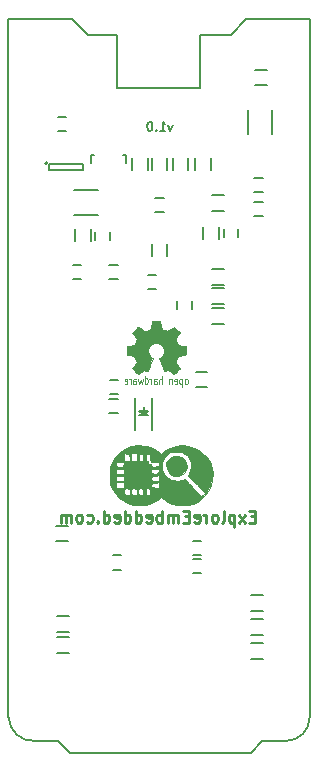
<source format=gbr>
G04 #@! TF.FileFunction,Legend,Bot*
%FSLAX46Y46*%
G04 Gerber Fmt 4.6, Leading zero omitted, Abs format (unit mm)*
G04 Created by KiCad (PCBNEW 4.0.1-stable) date 10-Oct-16 12:47:22 PM*
%MOMM*%
G01*
G04 APERTURE LIST*
%ADD10C,0.100000*%
%ADD11C,0.150000*%
%ADD12C,0.190500*%
%ADD13C,0.254000*%
%ADD14C,0.002540*%
%ADD15C,0.075000*%
G04 APERTURE END LIST*
D10*
D11*
X52800000Y-28900000D02*
X52800000Y-33400000D01*
X50300000Y-28900000D02*
X52800000Y-28900000D01*
X50200000Y-28800000D02*
X50300000Y-28900000D01*
X59800000Y-28900000D02*
X62400000Y-28900000D01*
X59800000Y-33400000D02*
X59800000Y-28900000D01*
X52800000Y-33400000D02*
X59800000Y-33400000D01*
X47800000Y-88700000D02*
X48800000Y-89700000D01*
X65100000Y-88700000D02*
X64100000Y-89700000D01*
X48800000Y-89700000D02*
X64100000Y-89700000D01*
X43600000Y-27600000D02*
X43600000Y-86700000D01*
X69100000Y-86700000D02*
X69100000Y-27600000D01*
X63700000Y-27600000D02*
X69100000Y-27600000D01*
X50200000Y-28800000D02*
X49000000Y-27600000D01*
X49000000Y-27600000D02*
X43600000Y-27600000D01*
X45800000Y-88700000D02*
X47800000Y-88700000D01*
X67100000Y-88700000D02*
X65100000Y-88700000D01*
X62400000Y-28900000D02*
X63700000Y-27600000D01*
X67100000Y-88700000D02*
G75*
G03X69100000Y-86700000I0J2000000D01*
G01*
X43600000Y-86700000D02*
G75*
G03X45800000Y-88700000I2100000J100000D01*
G01*
D12*
X57488571Y-36536714D02*
X57307142Y-37044714D01*
X57125714Y-36536714D01*
X56436286Y-37044714D02*
X56871714Y-37044714D01*
X56654000Y-37044714D02*
X56654000Y-36282714D01*
X56726571Y-36391571D01*
X56799143Y-36464143D01*
X56871714Y-36500429D01*
X56109714Y-36972143D02*
X56073429Y-37008429D01*
X56109714Y-37044714D01*
X56146000Y-37008429D01*
X56109714Y-36972143D01*
X56109714Y-37044714D01*
X55601715Y-36282714D02*
X55529143Y-36282714D01*
X55456572Y-36319000D01*
X55420286Y-36355286D01*
X55384000Y-36427857D01*
X55347715Y-36573000D01*
X55347715Y-36754429D01*
X55384000Y-36899571D01*
X55420286Y-36972143D01*
X55456572Y-37008429D01*
X55529143Y-37044714D01*
X55601715Y-37044714D01*
X55674286Y-37008429D01*
X55710572Y-36972143D01*
X55746857Y-36899571D01*
X55783143Y-36754429D01*
X55783143Y-36573000D01*
X55746857Y-36427857D01*
X55710572Y-36355286D01*
X55674286Y-36319000D01*
X55601715Y-36282714D01*
D13*
X64474761Y-69677429D02*
X64136095Y-69677429D01*
X63990952Y-70209619D02*
X64474761Y-70209619D01*
X64474761Y-69193619D01*
X63990952Y-69193619D01*
X63652285Y-70209619D02*
X63120095Y-69532286D01*
X63652285Y-69532286D02*
X63120095Y-70209619D01*
X62733047Y-69532286D02*
X62733047Y-70548286D01*
X62733047Y-69580667D02*
X62636285Y-69532286D01*
X62442762Y-69532286D01*
X62346000Y-69580667D01*
X62297619Y-69629048D01*
X62249238Y-69725810D01*
X62249238Y-70016095D01*
X62297619Y-70112857D01*
X62346000Y-70161238D01*
X62442762Y-70209619D01*
X62636285Y-70209619D01*
X62733047Y-70161238D01*
X61668666Y-70209619D02*
X61765428Y-70161238D01*
X61813809Y-70064476D01*
X61813809Y-69193619D01*
X61136476Y-70209619D02*
X61233238Y-70161238D01*
X61281619Y-70112857D01*
X61330000Y-70016095D01*
X61330000Y-69725810D01*
X61281619Y-69629048D01*
X61233238Y-69580667D01*
X61136476Y-69532286D01*
X60991334Y-69532286D01*
X60894572Y-69580667D01*
X60846191Y-69629048D01*
X60797810Y-69725810D01*
X60797810Y-70016095D01*
X60846191Y-70112857D01*
X60894572Y-70161238D01*
X60991334Y-70209619D01*
X61136476Y-70209619D01*
X60362381Y-70209619D02*
X60362381Y-69532286D01*
X60362381Y-69725810D02*
X60314000Y-69629048D01*
X60265619Y-69580667D01*
X60168857Y-69532286D01*
X60072096Y-69532286D01*
X59346382Y-70161238D02*
X59443144Y-70209619D01*
X59636667Y-70209619D01*
X59733429Y-70161238D01*
X59781810Y-70064476D01*
X59781810Y-69677429D01*
X59733429Y-69580667D01*
X59636667Y-69532286D01*
X59443144Y-69532286D01*
X59346382Y-69580667D01*
X59298001Y-69677429D01*
X59298001Y-69774190D01*
X59781810Y-69870952D01*
X58862572Y-69677429D02*
X58523906Y-69677429D01*
X58378763Y-70209619D02*
X58862572Y-70209619D01*
X58862572Y-69193619D01*
X58378763Y-69193619D01*
X57943334Y-70209619D02*
X57943334Y-69532286D01*
X57943334Y-69629048D02*
X57894953Y-69580667D01*
X57798191Y-69532286D01*
X57653049Y-69532286D01*
X57556287Y-69580667D01*
X57507906Y-69677429D01*
X57507906Y-70209619D01*
X57507906Y-69677429D02*
X57459525Y-69580667D01*
X57362763Y-69532286D01*
X57217620Y-69532286D01*
X57120858Y-69580667D01*
X57072477Y-69677429D01*
X57072477Y-70209619D01*
X56588667Y-70209619D02*
X56588667Y-69193619D01*
X56588667Y-69580667D02*
X56491905Y-69532286D01*
X56298382Y-69532286D01*
X56201620Y-69580667D01*
X56153239Y-69629048D01*
X56104858Y-69725810D01*
X56104858Y-70016095D01*
X56153239Y-70112857D01*
X56201620Y-70161238D01*
X56298382Y-70209619D01*
X56491905Y-70209619D01*
X56588667Y-70161238D01*
X55282382Y-70161238D02*
X55379144Y-70209619D01*
X55572667Y-70209619D01*
X55669429Y-70161238D01*
X55717810Y-70064476D01*
X55717810Y-69677429D01*
X55669429Y-69580667D01*
X55572667Y-69532286D01*
X55379144Y-69532286D01*
X55282382Y-69580667D01*
X55234001Y-69677429D01*
X55234001Y-69774190D01*
X55717810Y-69870952D01*
X54363144Y-70209619D02*
X54363144Y-69193619D01*
X54363144Y-70161238D02*
X54459906Y-70209619D01*
X54653429Y-70209619D01*
X54750191Y-70161238D01*
X54798572Y-70112857D01*
X54846953Y-70016095D01*
X54846953Y-69725810D01*
X54798572Y-69629048D01*
X54750191Y-69580667D01*
X54653429Y-69532286D01*
X54459906Y-69532286D01*
X54363144Y-69580667D01*
X53443906Y-70209619D02*
X53443906Y-69193619D01*
X53443906Y-70161238D02*
X53540668Y-70209619D01*
X53734191Y-70209619D01*
X53830953Y-70161238D01*
X53879334Y-70112857D01*
X53927715Y-70016095D01*
X53927715Y-69725810D01*
X53879334Y-69629048D01*
X53830953Y-69580667D01*
X53734191Y-69532286D01*
X53540668Y-69532286D01*
X53443906Y-69580667D01*
X52573049Y-70161238D02*
X52669811Y-70209619D01*
X52863334Y-70209619D01*
X52960096Y-70161238D01*
X53008477Y-70064476D01*
X53008477Y-69677429D01*
X52960096Y-69580667D01*
X52863334Y-69532286D01*
X52669811Y-69532286D01*
X52573049Y-69580667D01*
X52524668Y-69677429D01*
X52524668Y-69774190D01*
X53008477Y-69870952D01*
X51653811Y-70209619D02*
X51653811Y-69193619D01*
X51653811Y-70161238D02*
X51750573Y-70209619D01*
X51944096Y-70209619D01*
X52040858Y-70161238D01*
X52089239Y-70112857D01*
X52137620Y-70016095D01*
X52137620Y-69725810D01*
X52089239Y-69629048D01*
X52040858Y-69580667D01*
X51944096Y-69532286D01*
X51750573Y-69532286D01*
X51653811Y-69580667D01*
X51170001Y-70112857D02*
X51121620Y-70161238D01*
X51170001Y-70209619D01*
X51218382Y-70161238D01*
X51170001Y-70112857D01*
X51170001Y-70209619D01*
X50250763Y-70161238D02*
X50347525Y-70209619D01*
X50541048Y-70209619D01*
X50637810Y-70161238D01*
X50686191Y-70112857D01*
X50734572Y-70016095D01*
X50734572Y-69725810D01*
X50686191Y-69629048D01*
X50637810Y-69580667D01*
X50541048Y-69532286D01*
X50347525Y-69532286D01*
X50250763Y-69580667D01*
X49670191Y-70209619D02*
X49766953Y-70161238D01*
X49815334Y-70112857D01*
X49863715Y-70016095D01*
X49863715Y-69725810D01*
X49815334Y-69629048D01*
X49766953Y-69580667D01*
X49670191Y-69532286D01*
X49525049Y-69532286D01*
X49428287Y-69580667D01*
X49379906Y-69629048D01*
X49331525Y-69725810D01*
X49331525Y-70016095D01*
X49379906Y-70112857D01*
X49428287Y-70161238D01*
X49525049Y-70209619D01*
X49670191Y-70209619D01*
X48896096Y-70209619D02*
X48896096Y-69532286D01*
X48896096Y-69629048D02*
X48847715Y-69580667D01*
X48750953Y-69532286D01*
X48605811Y-69532286D01*
X48509049Y-69580667D01*
X48460668Y-69677429D01*
X48460668Y-70209619D01*
X48460668Y-69677429D02*
X48412287Y-69580667D01*
X48315525Y-69532286D01*
X48170382Y-69532286D01*
X48073620Y-69580667D01*
X48025239Y-69677429D01*
X48025239Y-70209619D01*
D11*
X51148328Y-42060328D02*
X49148328Y-42060328D01*
X49148328Y-44210328D02*
X51148328Y-44210328D01*
X46897328Y-39787328D02*
G75*
G03X46897328Y-39787328I-100000J0D01*
G01*
X47047328Y-40337328D02*
X47047328Y-39837328D01*
X49947328Y-40337328D02*
X47047328Y-40337328D01*
X49947328Y-39837328D02*
X49947328Y-40337328D01*
X47047328Y-39837328D02*
X49947328Y-39837328D01*
X54285289Y-62378168D02*
X54285289Y-59678168D01*
X55785289Y-62378168D02*
X55785289Y-59678168D01*
X54885289Y-60878168D02*
X55135289Y-60878168D01*
X55135289Y-60878168D02*
X54985289Y-61028168D01*
X55385289Y-61128168D02*
X54685289Y-61128168D01*
X55035289Y-60778168D02*
X55035289Y-60428168D01*
X55035289Y-61128168D02*
X55385289Y-60778168D01*
X55385289Y-60778168D02*
X54685289Y-60778168D01*
X54685289Y-60778168D02*
X55035289Y-61128168D01*
X65922000Y-35322000D02*
X65922000Y-37322000D01*
X63872000Y-37322000D02*
X63872000Y-35322000D01*
X50770840Y-39100760D02*
X50819100Y-39100760D01*
X53569820Y-39801800D02*
X53569820Y-39100760D01*
X53569820Y-39100760D02*
X53320900Y-39100760D01*
X50770840Y-39100760D02*
X50570180Y-39100760D01*
X50570180Y-39100760D02*
X50570180Y-39801800D01*
D14*
G36*
X52156360Y-66230500D02*
X52163980Y-66558160D01*
X52179220Y-66791840D01*
X52214780Y-66972180D01*
X52270660Y-67137280D01*
X52313840Y-67231260D01*
X52613560Y-67731640D01*
X52697380Y-67820540D01*
X52697380Y-65069720D01*
X53025040Y-65069720D01*
X53218080Y-65072260D01*
X53312060Y-65097660D01*
X53347620Y-65163700D01*
X53352700Y-65252600D01*
X53334920Y-65415160D01*
X53266340Y-65493900D01*
X53116480Y-65511680D01*
X52999640Y-65506600D01*
X52832000Y-65486280D01*
X52750720Y-65432940D01*
X52722780Y-65316100D01*
X52717700Y-65278000D01*
X52697380Y-65069720D01*
X52697380Y-67820540D01*
X52705000Y-67830700D01*
X52705000Y-67261740D01*
X52705000Y-67038220D01*
X52705000Y-66812160D01*
X52705000Y-66682620D01*
X52705000Y-66456560D01*
X52705000Y-66230500D01*
X52705000Y-66100960D01*
X52705000Y-65877440D01*
X52705000Y-65651380D01*
X53027580Y-65651380D01*
X53352700Y-65651380D01*
X53352700Y-65877440D01*
X53352700Y-66100960D01*
X53027580Y-66100960D01*
X52705000Y-66100960D01*
X52705000Y-66230500D01*
X53027580Y-66230500D01*
X53352700Y-66230500D01*
X53352700Y-66456560D01*
X53352700Y-66682620D01*
X53027580Y-66682620D01*
X52705000Y-66682620D01*
X52705000Y-66812160D01*
X53027580Y-66812160D01*
X53352700Y-66812160D01*
X53352700Y-67038220D01*
X53352700Y-67261740D01*
X53027580Y-67261740D01*
X52705000Y-67261740D01*
X52705000Y-67830700D01*
X52986940Y-68130420D01*
X53416200Y-68417440D01*
X53416200Y-67619880D01*
X53416200Y-65006220D01*
X53416200Y-64678560D01*
X53416200Y-64350900D01*
X53624480Y-64371220D01*
X53751480Y-64391540D01*
X53817520Y-64447420D01*
X53845460Y-64571880D01*
X53855620Y-64698880D01*
X53873400Y-65006220D01*
X53644800Y-65006220D01*
X53416200Y-65006220D01*
X53416200Y-67619880D01*
X53421280Y-67439540D01*
X53454300Y-67355720D01*
X53540660Y-67327780D01*
X53642260Y-67327780D01*
X53781960Y-67332860D01*
X53845460Y-67373500D01*
X53865780Y-67487800D01*
X53865780Y-67619880D01*
X53863240Y-67797680D01*
X53830220Y-67878960D01*
X53743860Y-67906900D01*
X53642260Y-67909440D01*
X53502560Y-67901820D01*
X53436520Y-67861180D01*
X53418740Y-67746880D01*
X53416200Y-67619880D01*
X53416200Y-68417440D01*
X53446680Y-68440300D01*
X53848000Y-68618100D01*
X53995320Y-68661280D01*
X53995320Y-67619880D01*
X53995320Y-65006220D01*
X53995320Y-64683640D01*
X53995320Y-64358520D01*
X54221380Y-64358520D01*
X54447440Y-64358520D01*
X54447440Y-64683640D01*
X54447440Y-65006220D01*
X54221380Y-65006220D01*
X53995320Y-65006220D01*
X53995320Y-67619880D01*
X54002940Y-67439540D01*
X54035960Y-67355720D01*
X54122320Y-67327780D01*
X54221380Y-67327780D01*
X54361080Y-67332860D01*
X54427120Y-67373500D01*
X54447440Y-67487800D01*
X54447440Y-67619880D01*
X54442360Y-67797680D01*
X54409340Y-67878960D01*
X54322980Y-67906900D01*
X54221380Y-67909440D01*
X54084220Y-67901820D01*
X54018180Y-67861180D01*
X53997860Y-67746880D01*
X53995320Y-67619880D01*
X53995320Y-68661280D01*
X54084220Y-68691760D01*
X54295040Y-68732400D01*
X54541420Y-68742560D01*
X54592220Y-68740020D01*
X54592220Y-67619880D01*
X54597300Y-67439540D01*
X54610000Y-67398900D01*
X54610000Y-64792860D01*
X54610000Y-64683640D01*
X54615080Y-64503300D01*
X54650640Y-64414400D01*
X54739540Y-64381380D01*
X54818280Y-64371220D01*
X55026560Y-64350900D01*
X55026560Y-64683640D01*
X55026560Y-65013840D01*
X54818280Y-64990980D01*
X54688740Y-64973200D01*
X54630320Y-64919860D01*
X54610000Y-64792860D01*
X54610000Y-67398900D01*
X54625240Y-67355720D01*
X54711600Y-67327780D01*
X54808120Y-67327780D01*
X54945280Y-67332860D01*
X55008780Y-67376040D01*
X55026560Y-67490340D01*
X55026560Y-67619880D01*
X55024020Y-67797680D01*
X54991000Y-67878960D01*
X54904640Y-67906900D01*
X54813200Y-67909440D01*
X54681120Y-67901820D01*
X54617620Y-67856100D01*
X54597300Y-67741800D01*
X54592220Y-67619880D01*
X54592220Y-68740020D01*
X54823360Y-68734940D01*
X55143400Y-68712080D01*
X55204360Y-68699380D01*
X55204360Y-67749420D01*
X55206900Y-67716400D01*
X55206900Y-64439800D01*
X55250080Y-64401700D01*
X55379620Y-64373760D01*
X55394860Y-64373760D01*
X55603140Y-64350900D01*
X55620920Y-64724280D01*
X55641240Y-65097660D01*
X55674260Y-65095120D01*
X55674260Y-64780160D01*
X55674260Y-64521080D01*
X55704740Y-64488060D01*
X55737760Y-64521080D01*
X55704740Y-64551560D01*
X55674260Y-64521080D01*
X55674260Y-64780160D01*
X55704740Y-64747140D01*
X55737760Y-64780160D01*
X55704740Y-64813180D01*
X55674260Y-64780160D01*
X55674260Y-65095120D01*
X55979060Y-65077340D01*
X56177180Y-65069720D01*
X56278780Y-65087500D01*
X56314340Y-65145920D01*
X56319420Y-65252600D01*
X56309260Y-65377060D01*
X56253380Y-65438020D01*
X56116220Y-65463420D01*
X56045100Y-65468500D01*
X55834280Y-65478660D01*
X55722520Y-65463420D01*
X55679340Y-65410080D01*
X55674260Y-65356740D01*
X55646320Y-65275460D01*
X55626000Y-65270380D01*
X55476140Y-65265300D01*
X55425340Y-65184020D01*
X55435500Y-65133220D01*
X55432960Y-65031620D01*
X55344060Y-65006220D01*
X55262780Y-64980820D01*
X55229760Y-64886840D01*
X55222140Y-64747140D01*
X55219600Y-64569340D01*
X55209440Y-64455040D01*
X55206900Y-64439800D01*
X55206900Y-67716400D01*
X55211980Y-67619880D01*
X55232300Y-67439540D01*
X55275480Y-67353180D01*
X55361840Y-67327780D01*
X55422800Y-67327780D01*
X55537100Y-67335400D01*
X55590440Y-67386200D01*
X55608220Y-67513200D01*
X55608220Y-67619880D01*
X55605680Y-67797680D01*
X55572660Y-67878960D01*
X55486300Y-67906900D01*
X55399940Y-67909440D01*
X55272940Y-67901820D01*
X55214520Y-67861180D01*
X55204360Y-67749420D01*
X55204360Y-68699380D01*
X55384700Y-68671440D01*
X55605680Y-68600320D01*
X55666640Y-68569840D01*
X55666640Y-65651380D01*
X55991760Y-65651380D01*
X56184800Y-65653920D01*
X56281320Y-65679320D01*
X56314340Y-65745360D01*
X56319420Y-65836800D01*
X56301640Y-65968880D01*
X56227980Y-66037460D01*
X56075580Y-66065400D01*
X55905400Y-66062860D01*
X55763160Y-66040000D01*
X55702200Y-65961260D01*
X55686960Y-65854580D01*
X55666640Y-65651380D01*
X55666640Y-68569840D01*
X55704740Y-68554600D01*
X55704740Y-67038220D01*
X55704740Y-66456560D01*
X55714900Y-66339720D01*
X55763160Y-66278760D01*
X55887620Y-66253360D01*
X56012080Y-66243200D01*
X56319420Y-66222880D01*
X56319420Y-66456560D01*
X56319420Y-66690240D01*
X56012080Y-66669920D01*
X55826660Y-66652140D01*
X55737760Y-66616580D01*
X55709820Y-66537840D01*
X55704740Y-66456560D01*
X55704740Y-67038220D01*
X55714900Y-66918840D01*
X55763160Y-66860420D01*
X55887620Y-66832480D01*
X56012080Y-66822320D01*
X56319420Y-66804540D01*
X56319420Y-67038220D01*
X56319420Y-67269360D01*
X56012080Y-67251580D01*
X55826660Y-67233800D01*
X55737760Y-67195700D01*
X55709820Y-67116960D01*
X55704740Y-67038220D01*
X55704740Y-68554600D01*
X55816500Y-68503800D01*
X56042560Y-68381880D01*
X56230520Y-68262500D01*
X56344820Y-68171060D01*
X56415940Y-68105020D01*
X56481980Y-68089780D01*
X56575960Y-68130420D01*
X56575960Y-65438020D01*
X56619140Y-65087500D01*
X56763920Y-64754760D01*
X57010300Y-64462660D01*
X57147460Y-64353440D01*
X57297320Y-64267080D01*
X57459880Y-64218820D01*
X57680860Y-64201040D01*
X57840880Y-64198500D01*
X58094880Y-64203580D01*
X58267600Y-64226440D01*
X58402220Y-64284860D01*
X58541920Y-64386460D01*
X58554620Y-64396620D01*
X58773060Y-64617600D01*
X58950860Y-64891920D01*
X59065160Y-65171320D01*
X59093100Y-65356740D01*
X59065160Y-65618360D01*
X58996580Y-65877440D01*
X58897520Y-66080640D01*
X58851800Y-66139060D01*
X58785760Y-66220340D01*
X58811160Y-66286380D01*
X58905140Y-66360040D01*
X59006740Y-66451480D01*
X59174380Y-66616580D01*
X59382660Y-66829940D01*
X59611260Y-67073780D01*
X59639200Y-67104260D01*
X60215780Y-67731640D01*
X60060840Y-67856100D01*
X59905900Y-67983100D01*
X59481720Y-67543680D01*
X59255660Y-67302380D01*
X59027060Y-67058540D01*
X58836560Y-66845180D01*
X58793380Y-66794380D01*
X58529220Y-66487040D01*
X58298080Y-66586100D01*
X57922160Y-66675000D01*
X57538620Y-66639440D01*
X57365900Y-66583560D01*
X57028080Y-66380360D01*
X56784240Y-66106040D01*
X56631840Y-65786000D01*
X56575960Y-65438020D01*
X56575960Y-68130420D01*
X56578500Y-68132960D01*
X56743600Y-68244720D01*
X56758840Y-68259960D01*
X57231280Y-68521580D01*
X57754520Y-68686680D01*
X58298080Y-68752720D01*
X58828940Y-68714620D01*
X59222640Y-68605400D01*
X59735720Y-68346320D01*
X60167520Y-67998340D01*
X60502800Y-67574160D01*
X60739020Y-67089020D01*
X60868560Y-66560700D01*
X60881260Y-65996820D01*
X60838080Y-65702180D01*
X60726320Y-65283080D01*
X60553600Y-64924940D01*
X60299600Y-64584580D01*
X60182760Y-64455040D01*
X59776360Y-64112140D01*
X59306460Y-63860680D01*
X58798460Y-63713360D01*
X58272680Y-63662560D01*
X57751980Y-63715900D01*
X57254140Y-63870840D01*
X56804560Y-64129920D01*
X56702960Y-64211200D01*
X56515000Y-64368680D01*
X56304180Y-64211200D01*
X55839360Y-63926720D01*
X55321200Y-63746380D01*
X55100220Y-63703200D01*
X54538880Y-63667640D01*
X53997860Y-63756540D01*
X53492400Y-63952120D01*
X53040280Y-64251840D01*
X52656740Y-64650620D01*
X52359560Y-65130680D01*
X52357020Y-65133220D01*
X52265580Y-65336420D01*
X52207160Y-65506600D01*
X52174140Y-65686940D01*
X52161440Y-65913000D01*
X52156360Y-66230500D01*
X52156360Y-66230500D01*
X52156360Y-66230500D01*
G37*
X52156360Y-66230500D02*
X52163980Y-66558160D01*
X52179220Y-66791840D01*
X52214780Y-66972180D01*
X52270660Y-67137280D01*
X52313840Y-67231260D01*
X52613560Y-67731640D01*
X52697380Y-67820540D01*
X52697380Y-65069720D01*
X53025040Y-65069720D01*
X53218080Y-65072260D01*
X53312060Y-65097660D01*
X53347620Y-65163700D01*
X53352700Y-65252600D01*
X53334920Y-65415160D01*
X53266340Y-65493900D01*
X53116480Y-65511680D01*
X52999640Y-65506600D01*
X52832000Y-65486280D01*
X52750720Y-65432940D01*
X52722780Y-65316100D01*
X52717700Y-65278000D01*
X52697380Y-65069720D01*
X52697380Y-67820540D01*
X52705000Y-67830700D01*
X52705000Y-67261740D01*
X52705000Y-67038220D01*
X52705000Y-66812160D01*
X52705000Y-66682620D01*
X52705000Y-66456560D01*
X52705000Y-66230500D01*
X52705000Y-66100960D01*
X52705000Y-65877440D01*
X52705000Y-65651380D01*
X53027580Y-65651380D01*
X53352700Y-65651380D01*
X53352700Y-65877440D01*
X53352700Y-66100960D01*
X53027580Y-66100960D01*
X52705000Y-66100960D01*
X52705000Y-66230500D01*
X53027580Y-66230500D01*
X53352700Y-66230500D01*
X53352700Y-66456560D01*
X53352700Y-66682620D01*
X53027580Y-66682620D01*
X52705000Y-66682620D01*
X52705000Y-66812160D01*
X53027580Y-66812160D01*
X53352700Y-66812160D01*
X53352700Y-67038220D01*
X53352700Y-67261740D01*
X53027580Y-67261740D01*
X52705000Y-67261740D01*
X52705000Y-67830700D01*
X52986940Y-68130420D01*
X53416200Y-68417440D01*
X53416200Y-67619880D01*
X53416200Y-65006220D01*
X53416200Y-64678560D01*
X53416200Y-64350900D01*
X53624480Y-64371220D01*
X53751480Y-64391540D01*
X53817520Y-64447420D01*
X53845460Y-64571880D01*
X53855620Y-64698880D01*
X53873400Y-65006220D01*
X53644800Y-65006220D01*
X53416200Y-65006220D01*
X53416200Y-67619880D01*
X53421280Y-67439540D01*
X53454300Y-67355720D01*
X53540660Y-67327780D01*
X53642260Y-67327780D01*
X53781960Y-67332860D01*
X53845460Y-67373500D01*
X53865780Y-67487800D01*
X53865780Y-67619880D01*
X53863240Y-67797680D01*
X53830220Y-67878960D01*
X53743860Y-67906900D01*
X53642260Y-67909440D01*
X53502560Y-67901820D01*
X53436520Y-67861180D01*
X53418740Y-67746880D01*
X53416200Y-67619880D01*
X53416200Y-68417440D01*
X53446680Y-68440300D01*
X53848000Y-68618100D01*
X53995320Y-68661280D01*
X53995320Y-67619880D01*
X53995320Y-65006220D01*
X53995320Y-64683640D01*
X53995320Y-64358520D01*
X54221380Y-64358520D01*
X54447440Y-64358520D01*
X54447440Y-64683640D01*
X54447440Y-65006220D01*
X54221380Y-65006220D01*
X53995320Y-65006220D01*
X53995320Y-67619880D01*
X54002940Y-67439540D01*
X54035960Y-67355720D01*
X54122320Y-67327780D01*
X54221380Y-67327780D01*
X54361080Y-67332860D01*
X54427120Y-67373500D01*
X54447440Y-67487800D01*
X54447440Y-67619880D01*
X54442360Y-67797680D01*
X54409340Y-67878960D01*
X54322980Y-67906900D01*
X54221380Y-67909440D01*
X54084220Y-67901820D01*
X54018180Y-67861180D01*
X53997860Y-67746880D01*
X53995320Y-67619880D01*
X53995320Y-68661280D01*
X54084220Y-68691760D01*
X54295040Y-68732400D01*
X54541420Y-68742560D01*
X54592220Y-68740020D01*
X54592220Y-67619880D01*
X54597300Y-67439540D01*
X54610000Y-67398900D01*
X54610000Y-64792860D01*
X54610000Y-64683640D01*
X54615080Y-64503300D01*
X54650640Y-64414400D01*
X54739540Y-64381380D01*
X54818280Y-64371220D01*
X55026560Y-64350900D01*
X55026560Y-64683640D01*
X55026560Y-65013840D01*
X54818280Y-64990980D01*
X54688740Y-64973200D01*
X54630320Y-64919860D01*
X54610000Y-64792860D01*
X54610000Y-67398900D01*
X54625240Y-67355720D01*
X54711600Y-67327780D01*
X54808120Y-67327780D01*
X54945280Y-67332860D01*
X55008780Y-67376040D01*
X55026560Y-67490340D01*
X55026560Y-67619880D01*
X55024020Y-67797680D01*
X54991000Y-67878960D01*
X54904640Y-67906900D01*
X54813200Y-67909440D01*
X54681120Y-67901820D01*
X54617620Y-67856100D01*
X54597300Y-67741800D01*
X54592220Y-67619880D01*
X54592220Y-68740020D01*
X54823360Y-68734940D01*
X55143400Y-68712080D01*
X55204360Y-68699380D01*
X55204360Y-67749420D01*
X55206900Y-67716400D01*
X55206900Y-64439800D01*
X55250080Y-64401700D01*
X55379620Y-64373760D01*
X55394860Y-64373760D01*
X55603140Y-64350900D01*
X55620920Y-64724280D01*
X55641240Y-65097660D01*
X55674260Y-65095120D01*
X55674260Y-64780160D01*
X55674260Y-64521080D01*
X55704740Y-64488060D01*
X55737760Y-64521080D01*
X55704740Y-64551560D01*
X55674260Y-64521080D01*
X55674260Y-64780160D01*
X55704740Y-64747140D01*
X55737760Y-64780160D01*
X55704740Y-64813180D01*
X55674260Y-64780160D01*
X55674260Y-65095120D01*
X55979060Y-65077340D01*
X56177180Y-65069720D01*
X56278780Y-65087500D01*
X56314340Y-65145920D01*
X56319420Y-65252600D01*
X56309260Y-65377060D01*
X56253380Y-65438020D01*
X56116220Y-65463420D01*
X56045100Y-65468500D01*
X55834280Y-65478660D01*
X55722520Y-65463420D01*
X55679340Y-65410080D01*
X55674260Y-65356740D01*
X55646320Y-65275460D01*
X55626000Y-65270380D01*
X55476140Y-65265300D01*
X55425340Y-65184020D01*
X55435500Y-65133220D01*
X55432960Y-65031620D01*
X55344060Y-65006220D01*
X55262780Y-64980820D01*
X55229760Y-64886840D01*
X55222140Y-64747140D01*
X55219600Y-64569340D01*
X55209440Y-64455040D01*
X55206900Y-64439800D01*
X55206900Y-67716400D01*
X55211980Y-67619880D01*
X55232300Y-67439540D01*
X55275480Y-67353180D01*
X55361840Y-67327780D01*
X55422800Y-67327780D01*
X55537100Y-67335400D01*
X55590440Y-67386200D01*
X55608220Y-67513200D01*
X55608220Y-67619880D01*
X55605680Y-67797680D01*
X55572660Y-67878960D01*
X55486300Y-67906900D01*
X55399940Y-67909440D01*
X55272940Y-67901820D01*
X55214520Y-67861180D01*
X55204360Y-67749420D01*
X55204360Y-68699380D01*
X55384700Y-68671440D01*
X55605680Y-68600320D01*
X55666640Y-68569840D01*
X55666640Y-65651380D01*
X55991760Y-65651380D01*
X56184800Y-65653920D01*
X56281320Y-65679320D01*
X56314340Y-65745360D01*
X56319420Y-65836800D01*
X56301640Y-65968880D01*
X56227980Y-66037460D01*
X56075580Y-66065400D01*
X55905400Y-66062860D01*
X55763160Y-66040000D01*
X55702200Y-65961260D01*
X55686960Y-65854580D01*
X55666640Y-65651380D01*
X55666640Y-68569840D01*
X55704740Y-68554600D01*
X55704740Y-67038220D01*
X55704740Y-66456560D01*
X55714900Y-66339720D01*
X55763160Y-66278760D01*
X55887620Y-66253360D01*
X56012080Y-66243200D01*
X56319420Y-66222880D01*
X56319420Y-66456560D01*
X56319420Y-66690240D01*
X56012080Y-66669920D01*
X55826660Y-66652140D01*
X55737760Y-66616580D01*
X55709820Y-66537840D01*
X55704740Y-66456560D01*
X55704740Y-67038220D01*
X55714900Y-66918840D01*
X55763160Y-66860420D01*
X55887620Y-66832480D01*
X56012080Y-66822320D01*
X56319420Y-66804540D01*
X56319420Y-67038220D01*
X56319420Y-67269360D01*
X56012080Y-67251580D01*
X55826660Y-67233800D01*
X55737760Y-67195700D01*
X55709820Y-67116960D01*
X55704740Y-67038220D01*
X55704740Y-68554600D01*
X55816500Y-68503800D01*
X56042560Y-68381880D01*
X56230520Y-68262500D01*
X56344820Y-68171060D01*
X56415940Y-68105020D01*
X56481980Y-68089780D01*
X56575960Y-68130420D01*
X56575960Y-65438020D01*
X56619140Y-65087500D01*
X56763920Y-64754760D01*
X57010300Y-64462660D01*
X57147460Y-64353440D01*
X57297320Y-64267080D01*
X57459880Y-64218820D01*
X57680860Y-64201040D01*
X57840880Y-64198500D01*
X58094880Y-64203580D01*
X58267600Y-64226440D01*
X58402220Y-64284860D01*
X58541920Y-64386460D01*
X58554620Y-64396620D01*
X58773060Y-64617600D01*
X58950860Y-64891920D01*
X59065160Y-65171320D01*
X59093100Y-65356740D01*
X59065160Y-65618360D01*
X58996580Y-65877440D01*
X58897520Y-66080640D01*
X58851800Y-66139060D01*
X58785760Y-66220340D01*
X58811160Y-66286380D01*
X58905140Y-66360040D01*
X59006740Y-66451480D01*
X59174380Y-66616580D01*
X59382660Y-66829940D01*
X59611260Y-67073780D01*
X59639200Y-67104260D01*
X60215780Y-67731640D01*
X60060840Y-67856100D01*
X59905900Y-67983100D01*
X59481720Y-67543680D01*
X59255660Y-67302380D01*
X59027060Y-67058540D01*
X58836560Y-66845180D01*
X58793380Y-66794380D01*
X58529220Y-66487040D01*
X58298080Y-66586100D01*
X57922160Y-66675000D01*
X57538620Y-66639440D01*
X57365900Y-66583560D01*
X57028080Y-66380360D01*
X56784240Y-66106040D01*
X56631840Y-65786000D01*
X56575960Y-65438020D01*
X56575960Y-68130420D01*
X56578500Y-68132960D01*
X56743600Y-68244720D01*
X56758840Y-68259960D01*
X57231280Y-68521580D01*
X57754520Y-68686680D01*
X58298080Y-68752720D01*
X58828940Y-68714620D01*
X59222640Y-68605400D01*
X59735720Y-68346320D01*
X60167520Y-67998340D01*
X60502800Y-67574160D01*
X60739020Y-67089020D01*
X60868560Y-66560700D01*
X60881260Y-65996820D01*
X60838080Y-65702180D01*
X60726320Y-65283080D01*
X60553600Y-64924940D01*
X60299600Y-64584580D01*
X60182760Y-64455040D01*
X59776360Y-64112140D01*
X59306460Y-63860680D01*
X58798460Y-63713360D01*
X58272680Y-63662560D01*
X57751980Y-63715900D01*
X57254140Y-63870840D01*
X56804560Y-64129920D01*
X56702960Y-64211200D01*
X56515000Y-64368680D01*
X56304180Y-64211200D01*
X55839360Y-63926720D01*
X55321200Y-63746380D01*
X55100220Y-63703200D01*
X54538880Y-63667640D01*
X53997860Y-63756540D01*
X53492400Y-63952120D01*
X53040280Y-64251840D01*
X52656740Y-64650620D01*
X52359560Y-65130680D01*
X52357020Y-65133220D01*
X52265580Y-65336420D01*
X52207160Y-65506600D01*
X52174140Y-65686940D01*
X52161440Y-65913000D01*
X52156360Y-66230500D01*
X52156360Y-66230500D01*
G36*
X56977280Y-65290700D02*
X56995060Y-65585340D01*
X57101740Y-65862200D01*
X57284620Y-66090800D01*
X57528460Y-66243200D01*
X57802780Y-66294000D01*
X57970420Y-66266060D01*
X58163460Y-66194940D01*
X58183780Y-66182240D01*
X58447940Y-65984120D01*
X58613040Y-65732660D01*
X58679080Y-65448180D01*
X58646060Y-65158620D01*
X58508900Y-64891920D01*
X58272680Y-64673480D01*
X58244740Y-64655700D01*
X57970420Y-64561720D01*
X57675780Y-64571880D01*
X57393840Y-64673480D01*
X57162700Y-64856360D01*
X57063640Y-64998600D01*
X56977280Y-65290700D01*
X56977280Y-65290700D01*
X56977280Y-65290700D01*
G37*
X56977280Y-65290700D02*
X56995060Y-65585340D01*
X57101740Y-65862200D01*
X57284620Y-66090800D01*
X57528460Y-66243200D01*
X57802780Y-66294000D01*
X57970420Y-66266060D01*
X58163460Y-66194940D01*
X58183780Y-66182240D01*
X58447940Y-65984120D01*
X58613040Y-65732660D01*
X58679080Y-65448180D01*
X58646060Y-65158620D01*
X58508900Y-64891920D01*
X58272680Y-64673480D01*
X58244740Y-64655700D01*
X57970420Y-64561720D01*
X57675780Y-64571880D01*
X57393840Y-64673480D01*
X57162700Y-64856360D01*
X57063640Y-64998600D01*
X56977280Y-65290700D01*
X56977280Y-65290700D01*
D11*
X52155449Y-59300448D02*
X52855449Y-59300448D01*
X52855449Y-58100448D02*
X52155449Y-58100448D01*
X60841000Y-51729000D02*
X61841000Y-51729000D01*
X61841000Y-50379000D02*
X60841000Y-50379000D01*
X61820500Y-45370000D02*
X61820500Y-46070000D01*
X63020500Y-46070000D02*
X63020500Y-45370000D01*
X50962000Y-45624000D02*
X50962000Y-46324000D01*
X52162000Y-46324000D02*
X52162000Y-45624000D01*
X52147828Y-49577328D02*
X52847828Y-49577328D01*
X52847828Y-48377328D02*
X52147828Y-48377328D01*
X49036328Y-49577328D02*
X49736328Y-49577328D01*
X49736328Y-48377328D02*
X49036328Y-48377328D01*
X59913000Y-71790000D02*
X59213000Y-71790000D01*
X59213000Y-72990000D02*
X59913000Y-72990000D01*
X52418500Y-74196500D02*
X53118500Y-74196500D01*
X53118500Y-72996500D02*
X52418500Y-72996500D01*
X59913000Y-73314000D02*
X59213000Y-73314000D01*
X59213000Y-74514000D02*
X59913000Y-74514000D01*
X65120000Y-41056000D02*
X64420000Y-41056000D01*
X64420000Y-42256000D02*
X65120000Y-42256000D01*
X65120000Y-43088000D02*
X64420000Y-43088000D01*
X64420000Y-44288000D02*
X65120000Y-44288000D01*
X47783000Y-37049000D02*
X48483000Y-37049000D01*
X48483000Y-35849000D02*
X47783000Y-35849000D01*
X52135128Y-60946368D02*
X52835128Y-60946368D01*
X52835128Y-59746368D02*
X52135128Y-59746368D01*
X56738000Y-42707000D02*
X56038000Y-42707000D01*
X56038000Y-43907000D02*
X56738000Y-43907000D01*
X59104929Y-52159428D02*
X59104929Y-51459428D01*
X57904929Y-51459428D02*
X57904929Y-52159428D01*
X55386328Y-50466329D02*
X56086328Y-50466329D01*
X56086328Y-49266329D02*
X55386328Y-49266329D01*
X60094500Y-45220000D02*
X60094500Y-46220000D01*
X61444500Y-46220000D02*
X61444500Y-45220000D01*
X49236000Y-45347000D02*
X49236000Y-46347000D01*
X50586000Y-46347000D02*
X50586000Y-45347000D01*
X60841000Y-53380000D02*
X61841000Y-53380000D01*
X61841000Y-52030000D02*
X60841000Y-52030000D01*
X60841000Y-50078000D02*
X61841000Y-50078000D01*
X61841000Y-48728000D02*
X60841000Y-48728000D01*
X59396000Y-39378000D02*
X59396000Y-40378000D01*
X60746000Y-40378000D02*
X60746000Y-39378000D01*
X57491000Y-39378000D02*
X57491000Y-40378000D01*
X58841000Y-40378000D02*
X58841000Y-39378000D01*
X57063000Y-47617000D02*
X57063000Y-46617000D01*
X55713000Y-46617000D02*
X55713000Y-47617000D01*
X65126328Y-80433328D02*
X64126328Y-80433328D01*
X64126328Y-81783328D02*
X65126328Y-81783328D01*
X48692528Y-78147328D02*
X47692528Y-78147328D01*
X47692528Y-79497328D02*
X48692528Y-79497328D01*
X48692529Y-79899928D02*
X47692529Y-79899928D01*
X47692529Y-81249928D02*
X48692529Y-81249928D01*
X64151728Y-77693928D02*
X65151728Y-77693928D01*
X65151728Y-76343928D02*
X64151728Y-76343928D01*
X64126328Y-79751328D02*
X65126328Y-79751328D01*
X65126328Y-78401328D02*
X64126328Y-78401328D01*
X55713000Y-39378000D02*
X55713000Y-40378000D01*
X57063000Y-40378000D02*
X57063000Y-39378000D01*
X55412000Y-40378000D02*
X55412000Y-39378000D01*
X54062000Y-39378000D02*
X54062000Y-40378000D01*
X60841000Y-43855000D02*
X61841000Y-43855000D01*
X61841000Y-42505000D02*
X60841000Y-42505000D01*
X59442569Y-58776008D02*
X60442569Y-58776008D01*
X60442569Y-57426008D02*
X59442569Y-57426008D01*
X65507328Y-31855828D02*
X64507328Y-31855828D01*
X64507328Y-33205828D02*
X65507328Y-33205828D01*
X48616328Y-70463829D02*
X47616328Y-70463829D01*
X47616328Y-71813829D02*
X48616328Y-71813829D01*
D15*
X53940000Y-58020000D02*
X53940000Y-58480000D01*
X53850000Y-58020000D02*
X53800000Y-58020000D01*
X53900000Y-58050000D02*
X53850000Y-58020000D01*
X53920000Y-58070000D02*
X53900000Y-58050000D01*
X53940000Y-58140000D02*
X53920000Y-58070000D01*
X53500000Y-58480000D02*
X53450000Y-58450000D01*
X53600000Y-58480000D02*
X53500000Y-58480000D01*
X53640000Y-58450000D02*
X53600000Y-58480000D01*
X53660000Y-58380000D02*
X53640000Y-58450000D01*
X53660000Y-58110000D02*
X53660000Y-58380000D01*
X53630000Y-58050000D02*
X53660000Y-58110000D01*
X53590000Y-58020000D02*
X53630000Y-58050000D01*
X53490000Y-58020000D02*
X53590000Y-58020000D01*
X53450000Y-58060000D02*
X53490000Y-58020000D01*
X53430000Y-58130000D02*
X53450000Y-58060000D01*
X53430000Y-58250000D02*
X53430000Y-58130000D01*
X53430000Y-58250000D02*
X53660000Y-58250000D01*
X54180000Y-58110000D02*
X54180000Y-58480000D01*
X54210000Y-58050000D02*
X54180000Y-58110000D01*
X54250000Y-58020000D02*
X54210000Y-58050000D01*
X54350000Y-58020000D02*
X54250000Y-58020000D01*
X54400000Y-58050000D02*
X54350000Y-58020000D01*
X54340000Y-58210000D02*
X54390000Y-58240000D01*
X54220000Y-58210000D02*
X54340000Y-58210000D01*
X54180000Y-58180000D02*
X54220000Y-58210000D01*
X54230000Y-58480000D02*
X54180000Y-58440000D01*
X54350000Y-58480000D02*
X54230000Y-58480000D01*
X54400000Y-58440000D02*
X54350000Y-58480000D01*
X54420000Y-58380000D02*
X54400000Y-58440000D01*
X54420000Y-58310000D02*
X54420000Y-58380000D01*
X54390000Y-58240000D02*
X54420000Y-58310000D01*
X54970000Y-58020000D02*
X54870000Y-58480000D01*
X54870000Y-58480000D02*
X54780000Y-58140000D01*
X54780000Y-58140000D02*
X54680000Y-58480000D01*
X54680000Y-58480000D02*
X54580000Y-58020000D01*
X55160000Y-58450000D02*
X55200000Y-58480000D01*
X55200000Y-58480000D02*
X55310000Y-58480000D01*
X55310000Y-58480000D02*
X55350000Y-58450000D01*
X55350000Y-58450000D02*
X55370000Y-58420000D01*
X55370000Y-58420000D02*
X55400000Y-58350000D01*
X55400000Y-58350000D02*
X55400000Y-58150000D01*
X55400000Y-58150000D02*
X55370000Y-58080000D01*
X55370000Y-58080000D02*
X55350000Y-58050000D01*
X55350000Y-58050000D02*
X55290000Y-58010000D01*
X55290000Y-58010000D02*
X55220000Y-58010000D01*
X55220000Y-58010000D02*
X55160000Y-58050000D01*
X55160000Y-57780000D02*
X55160000Y-58480000D01*
X55680000Y-58140000D02*
X55660000Y-58070000D01*
X55660000Y-58070000D02*
X55640000Y-58050000D01*
X55640000Y-58050000D02*
X55590000Y-58020000D01*
X55590000Y-58020000D02*
X55540000Y-58020000D01*
X55680000Y-58020000D02*
X55680000Y-58480000D01*
X56130000Y-58240000D02*
X56160000Y-58310000D01*
X56160000Y-58310000D02*
X56160000Y-58380000D01*
X56160000Y-58380000D02*
X56140000Y-58440000D01*
X56140000Y-58440000D02*
X56090000Y-58480000D01*
X56090000Y-58480000D02*
X55970000Y-58480000D01*
X55970000Y-58480000D02*
X55920000Y-58440000D01*
X55920000Y-58180000D02*
X55960000Y-58210000D01*
X55960000Y-58210000D02*
X56080000Y-58210000D01*
X56080000Y-58210000D02*
X56130000Y-58240000D01*
X56140000Y-58050000D02*
X56090000Y-58020000D01*
X56090000Y-58020000D02*
X55990000Y-58020000D01*
X55990000Y-58020000D02*
X55950000Y-58050000D01*
X55950000Y-58050000D02*
X55920000Y-58110000D01*
X55920000Y-58110000D02*
X55920000Y-58480000D01*
X56590000Y-58090000D02*
X56570000Y-58050000D01*
X56570000Y-58050000D02*
X56520000Y-58020000D01*
X56520000Y-58020000D02*
X56440000Y-58020000D01*
X56440000Y-58020000D02*
X56400000Y-58050000D01*
X56400000Y-58050000D02*
X56380000Y-58110000D01*
X56380000Y-58110000D02*
X56380000Y-58480000D01*
X56590000Y-57780000D02*
X56590000Y-58480000D01*
X57640000Y-58250000D02*
X57870000Y-58250000D01*
X57420000Y-58080000D02*
X57400000Y-58050000D01*
X57400000Y-58050000D02*
X57360000Y-58020000D01*
X57360000Y-58020000D02*
X57270000Y-58020000D01*
X57270000Y-58020000D02*
X57230000Y-58050000D01*
X57230000Y-58050000D02*
X57210000Y-58110000D01*
X57210000Y-58110000D02*
X57210000Y-58480000D01*
X57420000Y-58020000D02*
X57420000Y-58480000D01*
X57640000Y-58250000D02*
X57640000Y-58130000D01*
X57640000Y-58130000D02*
X57660000Y-58060000D01*
X57660000Y-58060000D02*
X57700000Y-58020000D01*
X57700000Y-58020000D02*
X57800000Y-58020000D01*
X57800000Y-58020000D02*
X57840000Y-58050000D01*
X57840000Y-58050000D02*
X57870000Y-58110000D01*
X57870000Y-58110000D02*
X57870000Y-58380000D01*
X57870000Y-58380000D02*
X57850000Y-58450000D01*
X57850000Y-58450000D02*
X57810000Y-58480000D01*
X57810000Y-58480000D02*
X57710000Y-58480000D01*
X57710000Y-58480000D02*
X57660000Y-58450000D01*
X58300000Y-58050000D02*
X58260000Y-58020000D01*
X58260000Y-58020000D02*
X58160000Y-58020000D01*
X58160000Y-58020000D02*
X58120000Y-58050000D01*
X58120000Y-58050000D02*
X58090000Y-58080000D01*
X58090000Y-58080000D02*
X58070000Y-58140000D01*
X58070000Y-58140000D02*
X58070000Y-58360000D01*
X58070000Y-58360000D02*
X58090000Y-58420000D01*
X58090000Y-58420000D02*
X58110000Y-58450000D01*
X58110000Y-58450000D02*
X58150000Y-58480000D01*
X58150000Y-58480000D02*
X58250000Y-58480000D01*
X58250000Y-58480000D02*
X58300000Y-58450000D01*
X58300000Y-58720000D02*
X58300000Y-58020000D01*
X58610000Y-58020000D02*
X58690000Y-58020000D01*
X58690000Y-58020000D02*
X58730000Y-58050000D01*
X58730000Y-58050000D02*
X58750000Y-58080000D01*
X58750000Y-58080000D02*
X58780000Y-58150000D01*
X58690000Y-58480000D02*
X58610000Y-58480000D01*
X58610000Y-58480000D02*
X58560000Y-58450000D01*
X58560000Y-58450000D02*
X58540000Y-58420000D01*
X58540000Y-58420000D02*
X58520000Y-58350000D01*
X58520000Y-58350000D02*
X58520000Y-58150000D01*
X58520000Y-58150000D02*
X58540000Y-58090000D01*
X58540000Y-58090000D02*
X58560000Y-58060000D01*
X58560000Y-58060000D02*
X58610000Y-58020000D01*
X58780000Y-58150000D02*
X58780000Y-58350000D01*
X58780000Y-58350000D02*
X58760000Y-58410000D01*
X58760000Y-58410000D02*
X58740000Y-58440000D01*
X58740000Y-58440000D02*
X58690000Y-58480000D01*
D14*
G36*
X57613840Y-57645360D02*
X57588440Y-57630120D01*
X57530020Y-57594560D01*
X57446200Y-57538680D01*
X57347140Y-57472640D01*
X57248080Y-57406600D01*
X57166800Y-57353260D01*
X57110920Y-57315160D01*
X57085520Y-57302460D01*
X57072820Y-57307540D01*
X57027100Y-57330400D01*
X56958520Y-57365960D01*
X56917880Y-57386280D01*
X56856920Y-57411680D01*
X56823900Y-57419300D01*
X56818820Y-57409140D01*
X56795960Y-57360880D01*
X56760400Y-57279600D01*
X56714680Y-57170380D01*
X56658800Y-57043380D01*
X56602920Y-56908760D01*
X56544500Y-56769060D01*
X56488620Y-56634440D01*
X56440360Y-56515060D01*
X56399720Y-56418540D01*
X56374320Y-56349960D01*
X56364160Y-56322020D01*
X56366700Y-56314400D01*
X56399720Y-56283920D01*
X56453060Y-56243280D01*
X56572440Y-56146760D01*
X56689280Y-56001980D01*
X56760400Y-55836880D01*
X56783260Y-55651460D01*
X56762940Y-55481280D01*
X56696900Y-55318720D01*
X56582600Y-55171400D01*
X56442900Y-55062180D01*
X56280340Y-54993600D01*
X56100000Y-54970740D01*
X55927280Y-54991060D01*
X55759640Y-55057100D01*
X55612320Y-55168860D01*
X55548820Y-55239980D01*
X55462460Y-55389840D01*
X55414200Y-55547320D01*
X55409120Y-55587960D01*
X55416740Y-55763220D01*
X55467540Y-55933400D01*
X55561520Y-56083260D01*
X55691060Y-56207720D01*
X55706300Y-56217880D01*
X55764720Y-56263600D01*
X55805360Y-56294080D01*
X55835840Y-56319480D01*
X55612320Y-56857960D01*
X55576760Y-56941780D01*
X55515800Y-57089100D01*
X55462460Y-57216100D01*
X55419280Y-57317700D01*
X55388800Y-57383740D01*
X55376100Y-57411680D01*
X55376100Y-57414220D01*
X55355780Y-57416760D01*
X55315140Y-57401520D01*
X55238940Y-57365960D01*
X55190680Y-57340560D01*
X55132260Y-57312620D01*
X55106860Y-57302460D01*
X55084000Y-57315160D01*
X55030660Y-57350720D01*
X54949380Y-57404060D01*
X54852860Y-57467560D01*
X54761420Y-57531060D01*
X54677600Y-57586940D01*
X54616640Y-57625040D01*
X54586160Y-57642820D01*
X54581080Y-57642820D01*
X54555680Y-57627580D01*
X54507420Y-57586940D01*
X54433760Y-57518360D01*
X54329620Y-57414220D01*
X54314380Y-57398980D01*
X54228020Y-57312620D01*
X54159440Y-57238960D01*
X54113720Y-57188160D01*
X54095940Y-57165300D01*
X54095940Y-57165300D01*
X54111180Y-57134820D01*
X54149280Y-57073860D01*
X54205160Y-56987500D01*
X54273740Y-56888440D01*
X54451540Y-56629360D01*
X54355020Y-56385520D01*
X54324540Y-56309320D01*
X54286440Y-56220420D01*
X54258500Y-56154380D01*
X54243260Y-56126440D01*
X54217860Y-56116280D01*
X54149280Y-56101040D01*
X54052760Y-56080720D01*
X53938460Y-56060400D01*
X53826700Y-56040080D01*
X53727640Y-56019760D01*
X53656520Y-56007060D01*
X53623500Y-55999440D01*
X53615880Y-55994360D01*
X53608260Y-55979120D01*
X53605720Y-55946100D01*
X53603180Y-55885140D01*
X53600640Y-55791160D01*
X53600640Y-55651460D01*
X53600640Y-55636220D01*
X53603180Y-55506680D01*
X53605720Y-55400000D01*
X53608260Y-55333960D01*
X53613340Y-55306020D01*
X53613340Y-55306020D01*
X53643820Y-55298400D01*
X53714940Y-55283160D01*
X53814000Y-55265380D01*
X53933380Y-55242520D01*
X53941000Y-55239980D01*
X54057840Y-55217120D01*
X54156900Y-55196800D01*
X54228020Y-55181560D01*
X54255960Y-55171400D01*
X54263580Y-55163780D01*
X54286440Y-55118060D01*
X54319460Y-55044400D01*
X54360100Y-54955500D01*
X54398200Y-54861520D01*
X54431220Y-54777700D01*
X54454080Y-54716740D01*
X54461700Y-54688800D01*
X54459160Y-54686260D01*
X54441380Y-54658320D01*
X54400740Y-54597360D01*
X54344860Y-54513540D01*
X54276280Y-54411940D01*
X54271200Y-54404320D01*
X54202620Y-54305260D01*
X54146740Y-54218900D01*
X54111180Y-54160480D01*
X54095940Y-54132540D01*
X54095940Y-54130000D01*
X54118800Y-54099520D01*
X54169600Y-54043640D01*
X54243260Y-53967440D01*
X54329620Y-53878540D01*
X54357560Y-53853140D01*
X54456620Y-53756620D01*
X54522660Y-53695660D01*
X54565840Y-53662640D01*
X54586160Y-53655020D01*
X54586160Y-53655020D01*
X54616640Y-53672800D01*
X54680140Y-53713440D01*
X54763960Y-53771860D01*
X54865560Y-53840440D01*
X54873180Y-53845520D01*
X54972240Y-53914100D01*
X55056060Y-53969980D01*
X55114480Y-54010620D01*
X55142420Y-54025860D01*
X55144960Y-54025860D01*
X55185600Y-54013160D01*
X55256720Y-53987760D01*
X55345620Y-53954740D01*
X55437060Y-53916640D01*
X55520880Y-53881080D01*
X55584380Y-53853140D01*
X55614860Y-53835360D01*
X55614860Y-53835360D01*
X55625020Y-53799800D01*
X55642800Y-53723600D01*
X55663120Y-53622000D01*
X55688520Y-53500080D01*
X55691060Y-53479760D01*
X55713920Y-53360380D01*
X55731700Y-53261320D01*
X55746940Y-53192740D01*
X55754560Y-53164800D01*
X55769800Y-53162260D01*
X55828220Y-53157180D01*
X55917120Y-53154640D01*
X56026340Y-53154640D01*
X56138100Y-53154640D01*
X56247320Y-53157180D01*
X56341300Y-53159720D01*
X56409880Y-53164800D01*
X56437820Y-53169880D01*
X56437820Y-53172420D01*
X56447980Y-53210520D01*
X56465760Y-53284180D01*
X56486080Y-53388320D01*
X56508940Y-53510240D01*
X56514020Y-53533100D01*
X56536880Y-53649940D01*
X56557200Y-53749000D01*
X56569900Y-53815040D01*
X56577520Y-53842980D01*
X56590220Y-53848060D01*
X56638480Y-53868380D01*
X56717220Y-53901400D01*
X56816280Y-53942040D01*
X57044880Y-54033480D01*
X57326820Y-53842980D01*
X57352220Y-53825200D01*
X57453820Y-53756620D01*
X57535100Y-53700740D01*
X57593520Y-53662640D01*
X57616380Y-53649940D01*
X57618920Y-53649940D01*
X57646860Y-53675340D01*
X57702740Y-53728680D01*
X57778940Y-53802340D01*
X57867840Y-53888700D01*
X57931340Y-53954740D01*
X58010080Y-54033480D01*
X58058340Y-54086820D01*
X58086280Y-54119840D01*
X58093900Y-54140160D01*
X58091360Y-54155400D01*
X58073580Y-54183340D01*
X58032940Y-54244300D01*
X57974520Y-54330660D01*
X57905940Y-54429720D01*
X57850060Y-54513540D01*
X57789100Y-54607520D01*
X57751000Y-54673560D01*
X57735760Y-54706580D01*
X57740840Y-54719280D01*
X57758620Y-54775160D01*
X57794180Y-54858980D01*
X57834820Y-54958040D01*
X57933880Y-55179020D01*
X58078660Y-55206960D01*
X58167560Y-55224740D01*
X58289480Y-55247600D01*
X58408860Y-55270460D01*
X58591740Y-55306020D01*
X58599360Y-55981660D01*
X58571420Y-55994360D01*
X58543480Y-56001980D01*
X58474900Y-56017220D01*
X58378380Y-56037540D01*
X58261540Y-56057860D01*
X58165020Y-56075640D01*
X58065960Y-56095960D01*
X57994840Y-56108660D01*
X57964360Y-56116280D01*
X57954200Y-56126440D01*
X57931340Y-56174700D01*
X57895780Y-56250900D01*
X57855140Y-56342340D01*
X57817040Y-56436320D01*
X57781480Y-56525220D01*
X57758620Y-56591260D01*
X57748460Y-56624280D01*
X57761160Y-56652220D01*
X57799260Y-56710640D01*
X57852600Y-56791920D01*
X57921180Y-56890980D01*
X57987220Y-56987500D01*
X58045640Y-57071320D01*
X58083740Y-57132280D01*
X58101520Y-57160220D01*
X58091360Y-57178000D01*
X58053260Y-57226260D01*
X57979600Y-57302460D01*
X57867840Y-57411680D01*
X57850060Y-57429460D01*
X57763700Y-57513280D01*
X57690040Y-57581860D01*
X57636700Y-57627580D01*
X57613840Y-57645360D01*
X57613840Y-57645360D01*
G37*
X57613840Y-57645360D02*
X57588440Y-57630120D01*
X57530020Y-57594560D01*
X57446200Y-57538680D01*
X57347140Y-57472640D01*
X57248080Y-57406600D01*
X57166800Y-57353260D01*
X57110920Y-57315160D01*
X57085520Y-57302460D01*
X57072820Y-57307540D01*
X57027100Y-57330400D01*
X56958520Y-57365960D01*
X56917880Y-57386280D01*
X56856920Y-57411680D01*
X56823900Y-57419300D01*
X56818820Y-57409140D01*
X56795960Y-57360880D01*
X56760400Y-57279600D01*
X56714680Y-57170380D01*
X56658800Y-57043380D01*
X56602920Y-56908760D01*
X56544500Y-56769060D01*
X56488620Y-56634440D01*
X56440360Y-56515060D01*
X56399720Y-56418540D01*
X56374320Y-56349960D01*
X56364160Y-56322020D01*
X56366700Y-56314400D01*
X56399720Y-56283920D01*
X56453060Y-56243280D01*
X56572440Y-56146760D01*
X56689280Y-56001980D01*
X56760400Y-55836880D01*
X56783260Y-55651460D01*
X56762940Y-55481280D01*
X56696900Y-55318720D01*
X56582600Y-55171400D01*
X56442900Y-55062180D01*
X56280340Y-54993600D01*
X56100000Y-54970740D01*
X55927280Y-54991060D01*
X55759640Y-55057100D01*
X55612320Y-55168860D01*
X55548820Y-55239980D01*
X55462460Y-55389840D01*
X55414200Y-55547320D01*
X55409120Y-55587960D01*
X55416740Y-55763220D01*
X55467540Y-55933400D01*
X55561520Y-56083260D01*
X55691060Y-56207720D01*
X55706300Y-56217880D01*
X55764720Y-56263600D01*
X55805360Y-56294080D01*
X55835840Y-56319480D01*
X55612320Y-56857960D01*
X55576760Y-56941780D01*
X55515800Y-57089100D01*
X55462460Y-57216100D01*
X55419280Y-57317700D01*
X55388800Y-57383740D01*
X55376100Y-57411680D01*
X55376100Y-57414220D01*
X55355780Y-57416760D01*
X55315140Y-57401520D01*
X55238940Y-57365960D01*
X55190680Y-57340560D01*
X55132260Y-57312620D01*
X55106860Y-57302460D01*
X55084000Y-57315160D01*
X55030660Y-57350720D01*
X54949380Y-57404060D01*
X54852860Y-57467560D01*
X54761420Y-57531060D01*
X54677600Y-57586940D01*
X54616640Y-57625040D01*
X54586160Y-57642820D01*
X54581080Y-57642820D01*
X54555680Y-57627580D01*
X54507420Y-57586940D01*
X54433760Y-57518360D01*
X54329620Y-57414220D01*
X54314380Y-57398980D01*
X54228020Y-57312620D01*
X54159440Y-57238960D01*
X54113720Y-57188160D01*
X54095940Y-57165300D01*
X54095940Y-57165300D01*
X54111180Y-57134820D01*
X54149280Y-57073860D01*
X54205160Y-56987500D01*
X54273740Y-56888440D01*
X54451540Y-56629360D01*
X54355020Y-56385520D01*
X54324540Y-56309320D01*
X54286440Y-56220420D01*
X54258500Y-56154380D01*
X54243260Y-56126440D01*
X54217860Y-56116280D01*
X54149280Y-56101040D01*
X54052760Y-56080720D01*
X53938460Y-56060400D01*
X53826700Y-56040080D01*
X53727640Y-56019760D01*
X53656520Y-56007060D01*
X53623500Y-55999440D01*
X53615880Y-55994360D01*
X53608260Y-55979120D01*
X53605720Y-55946100D01*
X53603180Y-55885140D01*
X53600640Y-55791160D01*
X53600640Y-55651460D01*
X53600640Y-55636220D01*
X53603180Y-55506680D01*
X53605720Y-55400000D01*
X53608260Y-55333960D01*
X53613340Y-55306020D01*
X53613340Y-55306020D01*
X53643820Y-55298400D01*
X53714940Y-55283160D01*
X53814000Y-55265380D01*
X53933380Y-55242520D01*
X53941000Y-55239980D01*
X54057840Y-55217120D01*
X54156900Y-55196800D01*
X54228020Y-55181560D01*
X54255960Y-55171400D01*
X54263580Y-55163780D01*
X54286440Y-55118060D01*
X54319460Y-55044400D01*
X54360100Y-54955500D01*
X54398200Y-54861520D01*
X54431220Y-54777700D01*
X54454080Y-54716740D01*
X54461700Y-54688800D01*
X54459160Y-54686260D01*
X54441380Y-54658320D01*
X54400740Y-54597360D01*
X54344860Y-54513540D01*
X54276280Y-54411940D01*
X54271200Y-54404320D01*
X54202620Y-54305260D01*
X54146740Y-54218900D01*
X54111180Y-54160480D01*
X54095940Y-54132540D01*
X54095940Y-54130000D01*
X54118800Y-54099520D01*
X54169600Y-54043640D01*
X54243260Y-53967440D01*
X54329620Y-53878540D01*
X54357560Y-53853140D01*
X54456620Y-53756620D01*
X54522660Y-53695660D01*
X54565840Y-53662640D01*
X54586160Y-53655020D01*
X54586160Y-53655020D01*
X54616640Y-53672800D01*
X54680140Y-53713440D01*
X54763960Y-53771860D01*
X54865560Y-53840440D01*
X54873180Y-53845520D01*
X54972240Y-53914100D01*
X55056060Y-53969980D01*
X55114480Y-54010620D01*
X55142420Y-54025860D01*
X55144960Y-54025860D01*
X55185600Y-54013160D01*
X55256720Y-53987760D01*
X55345620Y-53954740D01*
X55437060Y-53916640D01*
X55520880Y-53881080D01*
X55584380Y-53853140D01*
X55614860Y-53835360D01*
X55614860Y-53835360D01*
X55625020Y-53799800D01*
X55642800Y-53723600D01*
X55663120Y-53622000D01*
X55688520Y-53500080D01*
X55691060Y-53479760D01*
X55713920Y-53360380D01*
X55731700Y-53261320D01*
X55746940Y-53192740D01*
X55754560Y-53164800D01*
X55769800Y-53162260D01*
X55828220Y-53157180D01*
X55917120Y-53154640D01*
X56026340Y-53154640D01*
X56138100Y-53154640D01*
X56247320Y-53157180D01*
X56341300Y-53159720D01*
X56409880Y-53164800D01*
X56437820Y-53169880D01*
X56437820Y-53172420D01*
X56447980Y-53210520D01*
X56465760Y-53284180D01*
X56486080Y-53388320D01*
X56508940Y-53510240D01*
X56514020Y-53533100D01*
X56536880Y-53649940D01*
X56557200Y-53749000D01*
X56569900Y-53815040D01*
X56577520Y-53842980D01*
X56590220Y-53848060D01*
X56638480Y-53868380D01*
X56717220Y-53901400D01*
X56816280Y-53942040D01*
X57044880Y-54033480D01*
X57326820Y-53842980D01*
X57352220Y-53825200D01*
X57453820Y-53756620D01*
X57535100Y-53700740D01*
X57593520Y-53662640D01*
X57616380Y-53649940D01*
X57618920Y-53649940D01*
X57646860Y-53675340D01*
X57702740Y-53728680D01*
X57778940Y-53802340D01*
X57867840Y-53888700D01*
X57931340Y-53954740D01*
X58010080Y-54033480D01*
X58058340Y-54086820D01*
X58086280Y-54119840D01*
X58093900Y-54140160D01*
X58091360Y-54155400D01*
X58073580Y-54183340D01*
X58032940Y-54244300D01*
X57974520Y-54330660D01*
X57905940Y-54429720D01*
X57850060Y-54513540D01*
X57789100Y-54607520D01*
X57751000Y-54673560D01*
X57735760Y-54706580D01*
X57740840Y-54719280D01*
X57758620Y-54775160D01*
X57794180Y-54858980D01*
X57834820Y-54958040D01*
X57933880Y-55179020D01*
X58078660Y-55206960D01*
X58167560Y-55224740D01*
X58289480Y-55247600D01*
X58408860Y-55270460D01*
X58591740Y-55306020D01*
X58599360Y-55981660D01*
X58571420Y-55994360D01*
X58543480Y-56001980D01*
X58474900Y-56017220D01*
X58378380Y-56037540D01*
X58261540Y-56057860D01*
X58165020Y-56075640D01*
X58065960Y-56095960D01*
X57994840Y-56108660D01*
X57964360Y-56116280D01*
X57954200Y-56126440D01*
X57931340Y-56174700D01*
X57895780Y-56250900D01*
X57855140Y-56342340D01*
X57817040Y-56436320D01*
X57781480Y-56525220D01*
X57758620Y-56591260D01*
X57748460Y-56624280D01*
X57761160Y-56652220D01*
X57799260Y-56710640D01*
X57852600Y-56791920D01*
X57921180Y-56890980D01*
X57987220Y-56987500D01*
X58045640Y-57071320D01*
X58083740Y-57132280D01*
X58101520Y-57160220D01*
X58091360Y-57178000D01*
X58053260Y-57226260D01*
X57979600Y-57302460D01*
X57867840Y-57411680D01*
X57850060Y-57429460D01*
X57763700Y-57513280D01*
X57690040Y-57581860D01*
X57636700Y-57627580D01*
X57613840Y-57645360D01*
M02*

</source>
